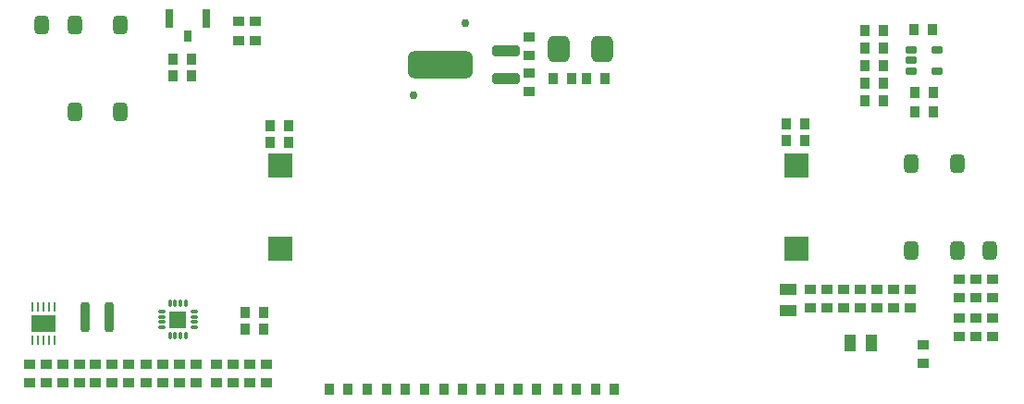
<source format=gtp>
%FSLAX25Y25*%
%MOIN*%
G70*
G01*
G75*
G04 Layer_Color=8421504*
%ADD10R,0.08661X0.05906*%
%ADD11O,0.00984X0.03347*%
%ADD12O,0.03150X0.01181*%
%ADD13O,0.01181X0.03150*%
%ADD14R,0.06299X0.06299*%
%ADD15R,0.03937X0.03543*%
%ADD16C,0.03000*%
G04:AMPARAMS|DCode=17|XSize=236.22mil|YSize=98.43mil|CornerRadius=24.61mil|HoleSize=0mil|Usage=FLASHONLY|Rotation=0.000|XOffset=0mil|YOffset=0mil|HoleType=Round|Shape=RoundedRectangle|*
%AMROUNDEDRECTD17*
21,1,0.23622,0.04921,0,0,0.0*
21,1,0.18701,0.09843,0,0,0.0*
1,1,0.04921,0.09350,-0.02461*
1,1,0.04921,-0.09350,-0.02461*
1,1,0.04921,-0.09350,0.02461*
1,1,0.04921,0.09350,0.02461*
%
%ADD17ROUNDEDRECTD17*%
G04:AMPARAMS|DCode=18|XSize=98.43mil|YSize=39.37mil|CornerRadius=9.84mil|HoleSize=0mil|Usage=FLASHONLY|Rotation=0.000|XOffset=0mil|YOffset=0mil|HoleType=Round|Shape=RoundedRectangle|*
%AMROUNDEDRECTD18*
21,1,0.09843,0.01969,0,0,0.0*
21,1,0.07874,0.03937,0,0,0.0*
1,1,0.01969,0.03937,-0.00984*
1,1,0.01969,-0.03937,-0.00984*
1,1,0.01969,-0.03937,0.00984*
1,1,0.01969,0.03937,0.00984*
%
%ADD18ROUNDEDRECTD18*%
G04:AMPARAMS|DCode=19|XSize=78.74mil|YSize=94.49mil|CornerRadius=19.69mil|HoleSize=0mil|Usage=FLASHONLY|Rotation=180.000|XOffset=0mil|YOffset=0mil|HoleType=Round|Shape=RoundedRectangle|*
%AMROUNDEDRECTD19*
21,1,0.07874,0.05512,0,0,180.0*
21,1,0.03937,0.09449,0,0,180.0*
1,1,0.03937,-0.01969,0.02756*
1,1,0.03937,0.01969,0.02756*
1,1,0.03937,0.01969,-0.02756*
1,1,0.03937,-0.01969,-0.02756*
%
%ADD19ROUNDEDRECTD19*%
%ADD20R,0.03543X0.03937*%
%ADD21R,0.03150X0.06693*%
%ADD22R,0.03150X0.04331*%
%ADD23R,0.09000X0.09000*%
%ADD24R,0.04331X0.05906*%
%ADD25R,0.05906X0.04331*%
G04:AMPARAMS|DCode=26|XSize=51.18mil|YSize=64.96mil|CornerRadius=12.8mil|HoleSize=0mil|Usage=FLASHONLY|Rotation=0.000|XOffset=0mil|YOffset=0mil|HoleType=Round|Shape=RoundedRectangle|*
%AMROUNDEDRECTD26*
21,1,0.05118,0.03937,0,0,0.0*
21,1,0.02559,0.06496,0,0,0.0*
1,1,0.02559,0.01280,-0.01969*
1,1,0.02559,-0.01280,-0.01969*
1,1,0.02559,-0.01280,0.01969*
1,1,0.02559,0.01280,0.01969*
%
%ADD26ROUNDEDRECTD26*%
G04:AMPARAMS|DCode=27|XSize=31.5mil|YSize=106.3mil|CornerRadius=7.87mil|HoleSize=0mil|Usage=FLASHONLY|Rotation=180.000|XOffset=0mil|YOffset=0mil|HoleType=Round|Shape=RoundedRectangle|*
%AMROUNDEDRECTD27*
21,1,0.03150,0.09055,0,0,180.0*
21,1,0.01575,0.10630,0,0,180.0*
1,1,0.01575,-0.00787,0.04528*
1,1,0.01575,0.00787,0.04528*
1,1,0.01575,0.00787,-0.04528*
1,1,0.01575,-0.00787,-0.04528*
%
%ADD27ROUNDEDRECTD27*%
G04:AMPARAMS|DCode=28|XSize=25.59mil|YSize=43.31mil|CornerRadius=6.4mil|HoleSize=0mil|Usage=FLASHONLY|Rotation=90.000|XOffset=0mil|YOffset=0mil|HoleType=Round|Shape=RoundedRectangle|*
%AMROUNDEDRECTD28*
21,1,0.02559,0.03051,0,0,90.0*
21,1,0.01280,0.04331,0,0,90.0*
1,1,0.01280,0.01526,0.00640*
1,1,0.01280,0.01526,-0.00640*
1,1,0.01280,-0.01526,-0.00640*
1,1,0.01280,-0.01526,0.00640*
%
%ADD28ROUNDEDRECTD28*%
%ADD29C,0.01181*%
%ADD30C,0.01969*%
%ADD31C,0.01000*%
%ADD32C,0.03937*%
%ADD33C,0.03902*%
%ADD34C,0.02953*%
%ADD35C,0.03543*%
G04:AMPARAMS|DCode=36|XSize=86.61mil|YSize=59.06mil|CornerRadius=0mil|HoleSize=0mil|Usage=FLASHONLY|Rotation=0.000|XOffset=0mil|YOffset=0mil|HoleType=Round|Shape=Octagon|*
%AMOCTAGOND36*
4,1,8,0.04331,-0.01476,0.04331,0.01476,0.02854,0.02953,-0.02854,0.02953,-0.04331,0.01476,-0.04331,-0.01476,-0.02854,-0.02953,0.02854,-0.02953,0.04331,-0.01476,0.0*
%
%ADD36OCTAGOND36*%

%ADD37P,0.05114X8X22.5*%
%ADD38C,0.13780*%
%ADD39C,0.05906*%
%ADD40R,0.05906X0.05906*%
%ADD41P,0.04261X8X22.5*%
%ADD42C,0.03937*%
%ADD43R,0.05906X0.05906*%
%ADD44C,0.01969*%
%ADD45C,0.02362*%
%ADD46C,0.04724*%
%ADD47C,0.04000*%
%ADD48C,0.07902*%
%ADD49C,0.06953*%
%ADD50C,0.07543*%
%ADD51O,0.10693X0.07150*%
%ADD52C,0.06362*%
%ADD53C,0.13843*%
%ADD54C,0.05181*%
%ADD55C,0.03098*%
%ADD56R,0.10630X0.07874*%
%ADD57R,0.05709X0.07874*%
%ADD58R,0.03150X0.05906*%
%ADD59O,0.01181X0.07087*%
%ADD60O,0.07087X0.01181*%
G04:AMPARAMS|DCode=61|XSize=50mil|YSize=70mil|CornerRadius=12.5mil|HoleSize=0mil|Usage=FLASHONLY|Rotation=90.000|XOffset=0mil|YOffset=0mil|HoleType=Round|Shape=RoundedRectangle|*
%AMROUNDEDRECTD61*
21,1,0.05000,0.04500,0,0,90.0*
21,1,0.02500,0.07000,0,0,90.0*
1,1,0.02500,0.02250,0.01250*
1,1,0.02500,0.02250,-0.01250*
1,1,0.02500,-0.02250,-0.01250*
1,1,0.02500,-0.02250,0.01250*
%
%ADD61ROUNDEDRECTD61*%
%ADD62C,0.00984*%
%ADD63C,0.00394*%
%ADD64C,0.00787*%
D10*
X12000Y-42000D02*
D03*
D11*
X15937Y-47905D02*
D03*
X13969D02*
D03*
X12000D02*
D03*
X10031D02*
D03*
X8063D02*
D03*
Y-36094D02*
D03*
X10031D02*
D03*
X12000D02*
D03*
X13969D02*
D03*
X15937D02*
D03*
D12*
X66405Y-43453D02*
D03*
Y-41484D02*
D03*
Y-39516D02*
D03*
Y-37547D02*
D03*
X54594D02*
D03*
Y-39516D02*
D03*
Y-41484D02*
D03*
Y-43453D02*
D03*
D13*
X63453Y-34595D02*
D03*
X61484D02*
D03*
X59516D02*
D03*
X57547D02*
D03*
Y-46406D02*
D03*
X59516D02*
D03*
X61484D02*
D03*
X63453D02*
D03*
D14*
X60500Y-40500D02*
D03*
D15*
X30700Y-56709D02*
D03*
Y-63402D02*
D03*
X187000Y48346D02*
D03*
Y41654D02*
D03*
Y54654D02*
D03*
Y61347D02*
D03*
X13122Y-56709D02*
D03*
Y-63402D02*
D03*
X19000Y-56709D02*
D03*
Y-63402D02*
D03*
X7122Y-56709D02*
D03*
Y-63402D02*
D03*
X67000Y-56709D02*
D03*
Y-63402D02*
D03*
X61000Y-56709D02*
D03*
Y-63402D02*
D03*
X49000Y-56709D02*
D03*
Y-63402D02*
D03*
X55000Y-56709D02*
D03*
Y-63402D02*
D03*
X36800D02*
D03*
Y-56709D02*
D03*
X42800Y-63346D02*
D03*
Y-56653D02*
D03*
X329000Y-49654D02*
D03*
Y-56346D02*
D03*
X82500Y66847D02*
D03*
Y60154D02*
D03*
X25000Y-63402D02*
D03*
Y-56709D02*
D03*
X324500Y-36402D02*
D03*
Y-29709D02*
D03*
X318500Y-29709D02*
D03*
Y-36402D02*
D03*
X294500Y-36402D02*
D03*
Y-29709D02*
D03*
X288500Y-29709D02*
D03*
Y-36402D02*
D03*
X312500Y-29709D02*
D03*
Y-36402D02*
D03*
X306500Y-29709D02*
D03*
Y-36402D02*
D03*
X300500Y-29709D02*
D03*
Y-36402D02*
D03*
X348000Y-26098D02*
D03*
Y-32791D02*
D03*
Y-40098D02*
D03*
Y-46791D02*
D03*
X354000Y-26098D02*
D03*
Y-32791D02*
D03*
Y-40098D02*
D03*
Y-46791D02*
D03*
X342000Y-32791D02*
D03*
Y-26098D02*
D03*
Y-46791D02*
D03*
Y-40098D02*
D03*
X88500Y66847D02*
D03*
Y60154D02*
D03*
X74500Y-56709D02*
D03*
Y-63402D02*
D03*
X86500Y-63346D02*
D03*
Y-56653D02*
D03*
X80500Y-63402D02*
D03*
Y-56709D02*
D03*
X92500Y-63346D02*
D03*
Y-56653D02*
D03*
D16*
X145500Y40500D02*
D03*
X164000Y66500D02*
D03*
D17*
X155189Y51500D02*
D03*
D18*
X178811Y56500D02*
D03*
Y46500D02*
D03*
D19*
X213374Y56945D02*
D03*
X197626D02*
D03*
D20*
X202346Y46445D02*
D03*
X195653D02*
D03*
X207653D02*
D03*
X214346D02*
D03*
X84654Y-38000D02*
D03*
X91347D02*
D03*
X314846Y38500D02*
D03*
X308154D02*
D03*
X93654Y23500D02*
D03*
X100347D02*
D03*
X286347Y24000D02*
D03*
X279654D02*
D03*
X93654Y29500D02*
D03*
X100347D02*
D03*
X286347Y30000D02*
D03*
X279654D02*
D03*
X314791Y57435D02*
D03*
X308099D02*
D03*
X314791Y63799D02*
D03*
X308099D02*
D03*
X314791Y51071D02*
D03*
X308098D02*
D03*
X314791Y44707D02*
D03*
X308099D02*
D03*
X210966Y-65555D02*
D03*
X217659D02*
D03*
X128841D02*
D03*
X135534D02*
D03*
X121846Y-65555D02*
D03*
X115154D02*
D03*
X149222D02*
D03*
X142528D02*
D03*
X156216Y-65555D02*
D03*
X162909D02*
D03*
X169653Y-65500D02*
D03*
X176347D02*
D03*
X189848D02*
D03*
X183155D02*
D03*
X197278Y-65555D02*
D03*
X203972D02*
D03*
X91347Y-44000D02*
D03*
X84654D02*
D03*
X65402Y53500D02*
D03*
X58709D02*
D03*
X65346Y47500D02*
D03*
X58653D02*
D03*
X326098Y41500D02*
D03*
X332791D02*
D03*
X325598Y64000D02*
D03*
X332291D02*
D03*
X332791Y34500D02*
D03*
X326098D02*
D03*
D21*
X57307Y68000D02*
D03*
X70693D02*
D03*
D22*
X64000Y61504D02*
D03*
D23*
X283500Y-15000D02*
D03*
Y15000D02*
D03*
X97500Y-15000D02*
D03*
Y15000D02*
D03*
D24*
X302563Y-49055D02*
D03*
X310437D02*
D03*
D25*
X280500Y-37492D02*
D03*
Y-29618D02*
D03*
D26*
X11417Y65748D02*
D03*
X39764D02*
D03*
X23228D02*
D03*
X39764Y34252D02*
D03*
X23228D02*
D03*
X341272Y15748D02*
D03*
X324736D02*
D03*
X341272Y-15748D02*
D03*
X324736D02*
D03*
X353083D02*
D03*
D27*
X35831Y-39500D02*
D03*
X27169D02*
D03*
D28*
X324720Y56587D02*
D03*
Y52846D02*
D03*
X324720Y49106D02*
D03*
X334169D02*
D03*
Y56587D02*
D03*
M02*

</source>
